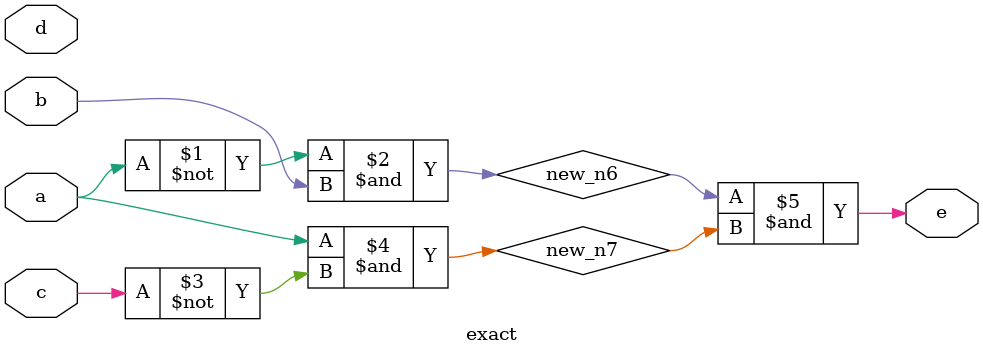
<source format=v>

module exact ( 
    a, b, c, d,
    e  );
  input  a, b, c, d;
  output e;
  wire new_n6, new_n7;
  assign new_n6 = ~a & b;
  assign new_n7 = a & ~c;
  assign e = new_n6 & new_n7;
endmodule



</source>
